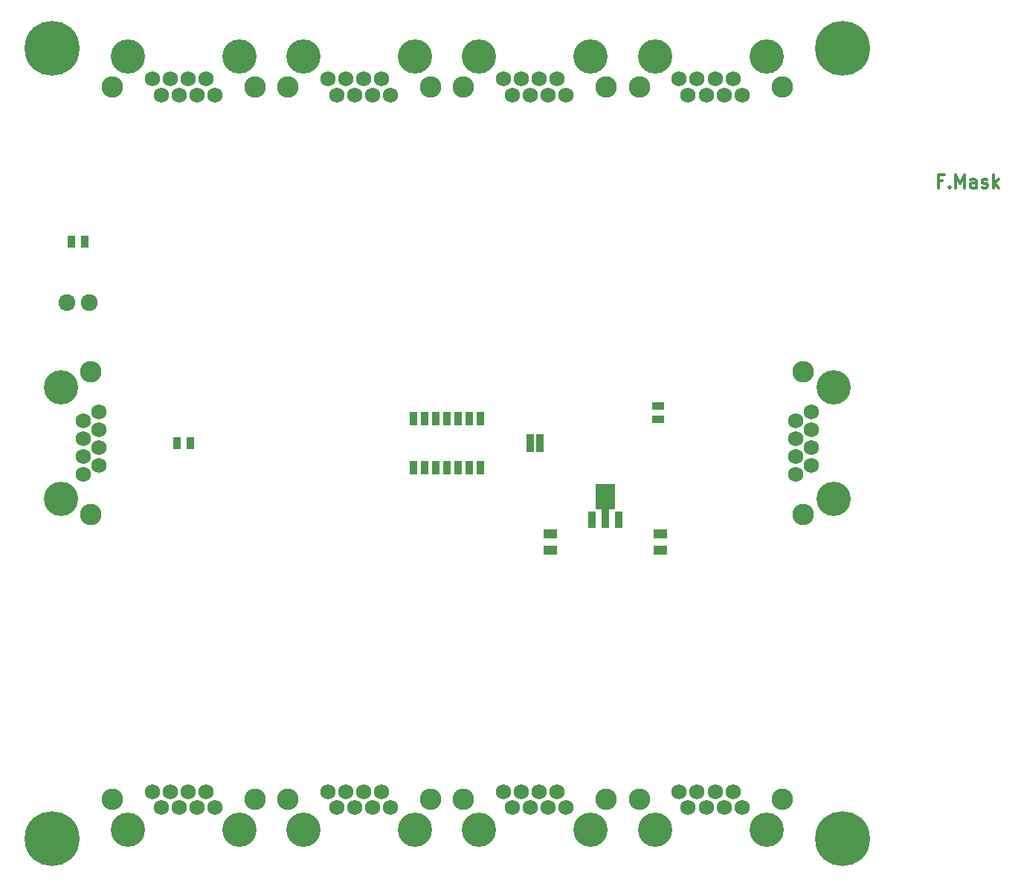
<source format=gts>
G04 (created by PCBNEW (2013-07-07 BZR 4022)-stable) date 9/18/2013 14:10:40*
%MOIN*%
G04 Gerber Fmt 3.4, Leading zero omitted, Abs format*
%FSLAX34Y34*%
G01*
G70*
G90*
G04 APERTURE LIST*
%ADD10C,0.00590551*%
%ADD11C,0.011811*%
%ADD12R,0.0374425X0.0728425*%
%ADD13R,0.0374425X0.0925425*%
%ADD14R,0.0885425X0.118143*%
%ADD15R,0.0354425X0.0216425*%
%ADD16R,0.0348425X0.0598425*%
%ADD17R,0.0348425X0.0548425*%
%ADD18R,0.0548425X0.0348425*%
%ADD19C,0.0758425*%
%ADD20C,0.246063*%
%ADD21R,0.0648425X0.0448425*%
%ADD22C,0.153543*%
%ADD23C,0.0689425*%
%ADD24C,0.0964567*%
G04 APERTURE END LIST*
G54D10*
G54D11*
X53703Y-18158D02*
X53506Y-18158D01*
X53506Y-18467D02*
X53506Y-17876D01*
X53787Y-17876D01*
X54012Y-18411D02*
X54041Y-18439D01*
X54012Y-18467D01*
X53984Y-18439D01*
X54012Y-18411D01*
X54012Y-18467D01*
X54294Y-18467D02*
X54294Y-17876D01*
X54491Y-18298D01*
X54687Y-17876D01*
X54687Y-18467D01*
X55222Y-18467D02*
X55222Y-18158D01*
X55194Y-18101D01*
X55137Y-18073D01*
X55025Y-18073D01*
X54969Y-18101D01*
X55222Y-18439D02*
X55165Y-18467D01*
X55025Y-18467D01*
X54969Y-18439D01*
X54940Y-18383D01*
X54940Y-18326D01*
X54969Y-18270D01*
X55025Y-18242D01*
X55165Y-18242D01*
X55222Y-18214D01*
X55475Y-18439D02*
X55531Y-18467D01*
X55643Y-18467D01*
X55700Y-18439D01*
X55728Y-18383D01*
X55728Y-18354D01*
X55700Y-18298D01*
X55643Y-18270D01*
X55559Y-18270D01*
X55503Y-18242D01*
X55475Y-18186D01*
X55475Y-18158D01*
X55503Y-18101D01*
X55559Y-18073D01*
X55643Y-18073D01*
X55700Y-18101D01*
X55981Y-18467D02*
X55981Y-17876D01*
X56037Y-18242D02*
X56206Y-18467D01*
X56206Y-18073D02*
X55981Y-18298D01*
G54D12*
X37991Y-33346D03*
G54D13*
X38582Y-33248D03*
G54D12*
X39173Y-33346D03*
G54D14*
X38582Y-32303D03*
G54D15*
X35661Y-30216D03*
X35661Y-30019D03*
X35661Y-29822D03*
X35661Y-29625D03*
X35208Y-29625D03*
X35208Y-29822D03*
X35208Y-30019D03*
X35208Y-30216D03*
G54D16*
X29996Y-31021D03*
X30496Y-31021D03*
X30996Y-31021D03*
X31496Y-31021D03*
X31996Y-31021D03*
X32496Y-31021D03*
X32996Y-31021D03*
X32996Y-28821D03*
X32496Y-28821D03*
X31996Y-28821D03*
X31496Y-28821D03*
X30996Y-28821D03*
X30496Y-28821D03*
X29996Y-28821D03*
G54D17*
X15260Y-20866D03*
X14660Y-20866D03*
X19985Y-29921D03*
X19385Y-29921D03*
G54D18*
X40944Y-28243D03*
X40944Y-28843D03*
G54D19*
X14460Y-23622D03*
X15460Y-23622D03*
G54D20*
X13779Y-47637D03*
X49212Y-47637D03*
X49212Y-12204D03*
X13779Y-12204D03*
G54D21*
X41043Y-33975D03*
X41043Y-34725D03*
X36122Y-33975D03*
X36122Y-34725D03*
G54D22*
X40807Y-12598D03*
X45807Y-12598D03*
G54D23*
X41901Y-13598D03*
X42303Y-14299D03*
X42704Y-13598D03*
X43106Y-14299D03*
X43507Y-13598D03*
X43909Y-14299D03*
X44311Y-13598D03*
X44712Y-14299D03*
G54D24*
X40106Y-13948D03*
X46507Y-13948D03*
G54D22*
X32933Y-12598D03*
X37933Y-12598D03*
G54D23*
X34027Y-13598D03*
X34429Y-14299D03*
X34830Y-13598D03*
X35232Y-14299D03*
X35633Y-13598D03*
X36035Y-14299D03*
X36437Y-13598D03*
X36838Y-14299D03*
G54D24*
X32232Y-13948D03*
X38633Y-13948D03*
G54D22*
X25059Y-12598D03*
X30059Y-12598D03*
G54D23*
X26153Y-13598D03*
X26555Y-14299D03*
X26956Y-13598D03*
X27358Y-14299D03*
X27759Y-13598D03*
X28161Y-14299D03*
X28562Y-13598D03*
X28964Y-14299D03*
G54D24*
X24358Y-13948D03*
X30759Y-13948D03*
G54D22*
X17185Y-12598D03*
X22185Y-12598D03*
G54D23*
X18279Y-13598D03*
X18681Y-14299D03*
X19082Y-13598D03*
X19484Y-14299D03*
X19885Y-13598D03*
X20287Y-14299D03*
X20688Y-13598D03*
X21090Y-14299D03*
G54D24*
X16484Y-13948D03*
X22885Y-13948D03*
G54D22*
X48818Y-27421D03*
X48818Y-32421D03*
G54D23*
X47818Y-28515D03*
X47118Y-28917D03*
X47818Y-29318D03*
X47118Y-29720D03*
X47818Y-30122D03*
X47118Y-30523D03*
X47818Y-30925D03*
X47118Y-31326D03*
G54D24*
X47468Y-26720D03*
X47468Y-33122D03*
G54D22*
X14173Y-32421D03*
X14173Y-27421D03*
G54D23*
X15173Y-31326D03*
X15874Y-30925D03*
X15173Y-30523D03*
X15874Y-30122D03*
X15173Y-29720D03*
X15874Y-29318D03*
X15173Y-28917D03*
X15874Y-28515D03*
G54D24*
X15523Y-33122D03*
X15523Y-26720D03*
G54D22*
X45807Y-47244D03*
X40807Y-47244D03*
G54D23*
X44712Y-46244D03*
X44311Y-45543D03*
X43909Y-46244D03*
X43507Y-45543D03*
X43106Y-46244D03*
X42704Y-45543D03*
X42303Y-46244D03*
X41901Y-45543D03*
G54D24*
X46507Y-45893D03*
X40106Y-45893D03*
G54D22*
X37933Y-47244D03*
X32933Y-47244D03*
G54D23*
X36838Y-46244D03*
X36437Y-45543D03*
X36035Y-46244D03*
X35633Y-45543D03*
X35232Y-46244D03*
X34830Y-45543D03*
X34429Y-46244D03*
X34027Y-45543D03*
G54D24*
X38633Y-45893D03*
X32232Y-45893D03*
G54D22*
X30059Y-47244D03*
X25059Y-47244D03*
G54D23*
X28964Y-46244D03*
X28562Y-45543D03*
X28161Y-46244D03*
X27759Y-45543D03*
X27358Y-46244D03*
X26956Y-45543D03*
X26555Y-46244D03*
X26153Y-45543D03*
G54D24*
X30759Y-45893D03*
X24358Y-45893D03*
G54D22*
X22185Y-47244D03*
X17185Y-47244D03*
G54D23*
X21090Y-46244D03*
X20688Y-45543D03*
X20287Y-46244D03*
X19885Y-45543D03*
X19484Y-46244D03*
X19082Y-45543D03*
X18681Y-46244D03*
X18279Y-45543D03*
G54D24*
X22885Y-45893D03*
X16484Y-45893D03*
M02*

</source>
